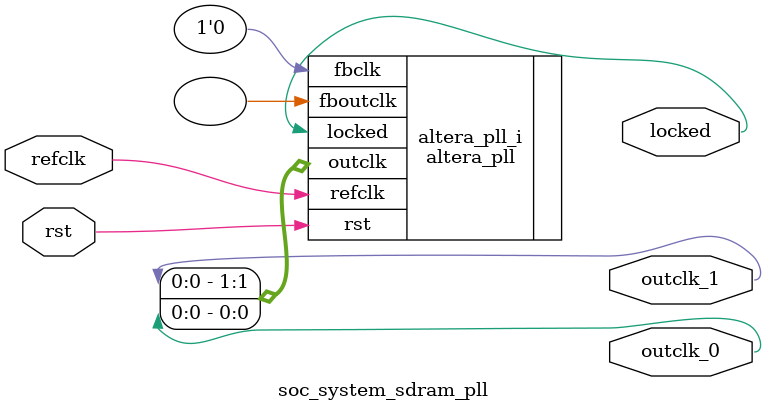
<source format=v>
`timescale 1ns/10ps
module  soc_system_sdram_pll(

	// interface 'refclk'
	input wire refclk,

	// interface 'reset'
	input wire rst,

	// interface 'outclk0'
	output wire outclk_0,

	// interface 'outclk1'
	output wire outclk_1,

	// interface 'locked'
	output wire locked
);

	altera_pll #(
		.fractional_vco_multiplier("false"),
		.reference_clock_frequency("100.0 MHz"),
		.operation_mode("direct"),
		.number_of_clocks(2),
		.output_clock_frequency0("143.000000 MHz"),
		.phase_shift0("0 ps"),
		.duty_cycle0(50),
		.output_clock_frequency1("143.000000 MHz"),
		.phase_shift1("-3758 ps"),
		.duty_cycle1(50),
		.output_clock_frequency2("0 MHz"),
		.phase_shift2("0 ps"),
		.duty_cycle2(50),
		.output_clock_frequency3("0 MHz"),
		.phase_shift3("0 ps"),
		.duty_cycle3(50),
		.output_clock_frequency4("0 MHz"),
		.phase_shift4("0 ps"),
		.duty_cycle4(50),
		.output_clock_frequency5("0 MHz"),
		.phase_shift5("0 ps"),
		.duty_cycle5(50),
		.output_clock_frequency6("0 MHz"),
		.phase_shift6("0 ps"),
		.duty_cycle6(50),
		.output_clock_frequency7("0 MHz"),
		.phase_shift7("0 ps"),
		.duty_cycle7(50),
		.output_clock_frequency8("0 MHz"),
		.phase_shift8("0 ps"),
		.duty_cycle8(50),
		.output_clock_frequency9("0 MHz"),
		.phase_shift9("0 ps"),
		.duty_cycle9(50),
		.output_clock_frequency10("0 MHz"),
		.phase_shift10("0 ps"),
		.duty_cycle10(50),
		.output_clock_frequency11("0 MHz"),
		.phase_shift11("0 ps"),
		.duty_cycle11(50),
		.output_clock_frequency12("0 MHz"),
		.phase_shift12("0 ps"),
		.duty_cycle12(50),
		.output_clock_frequency13("0 MHz"),
		.phase_shift13("0 ps"),
		.duty_cycle13(50),
		.output_clock_frequency14("0 MHz"),
		.phase_shift14("0 ps"),
		.duty_cycle14(50),
		.output_clock_frequency15("0 MHz"),
		.phase_shift15("0 ps"),
		.duty_cycle15(50),
		.output_clock_frequency16("0 MHz"),
		.phase_shift16("0 ps"),
		.duty_cycle16(50),
		.output_clock_frequency17("0 MHz"),
		.phase_shift17("0 ps"),
		.duty_cycle17(50),
		.pll_type("General"),
		.pll_subtype("General")
	) altera_pll_i (
		.rst	(rst),
		.outclk	({outclk_1, outclk_0}),
		.locked	(locked),
		.fboutclk	( ),
		.fbclk	(1'b0),
		.refclk	(refclk)
	);
endmodule


</source>
